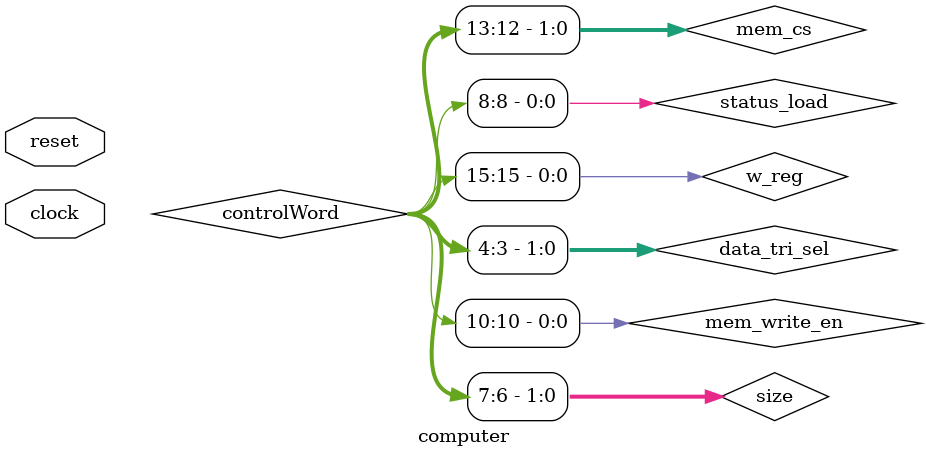
<source format=v>
module computer(clock,reset);
input clock;
input reset; 

parameter CUL = 36;

wire [CUL:0] controlWord;
wire [4:0] SA;
wire [4:0] SB;
wire [4:0] DA;
wire w_reg;
wire C0;
wire [1:0] mem_cs;
wire B_Sel;
wire mem_write_en;
wire IR_load;
wire status_load;
wire [1:0] size;
wire add_tri_sel;
wire [1:0] data_tri_sel;
wire PC_sel;
wire [1:0] PC_FS;
wire [4:0] FS;
wire [63:0] mem_data;
wire [31:0] mem_address;

wire mem_read = (data_tri_sel == 2'b11) ? 1'b1 : 1'b0;

assign {FS, SA, SB, DA, w_reg, C0, mem_cs, B_Sel, mem_write_en, IR_load, status_load, size, add_tri_sel, data_tri_sel, PC_sel, PC_FS} = controlWord;

wire [31:0] k;
wire [31:0] IR;
wire [3:0] status;
wire [15:0] r0, r1, r2, r3, r4, r5, r6, r7; 

controlUnit cu (clock, reset, IR, status, controlWord, k);

datapath  dp (clock, reset, controlWord, k, status, IR, mem_data, mem_address, r0, r1, r2, r3, r4, r5, r6, r7);

wire UNUSED_select;
wire RAM_select;
wire ROM_select;
wire PERIF_select;
Decoder2to4 csDec ({PERIF_select,ROM_select, RAM_select, UNUSED_select}, mem_cs, 1'b1);
RAM_64bit ram (clock, mem_address, mem_data, RAM_select, mem_write_en, mem_read, size);
defparam ram.ADDR_WIDTH = 16;

ROM  prgmMem (mem_address, mem_data, ROM_select, mem_read); 

endmodule
</source>
